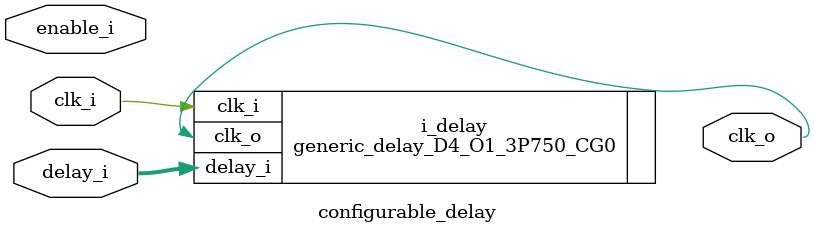
<source format=sv>

module configurable_delay #(
	parameter int NUM_STEPS = 16
)(
  input  logic       clk_i,
  input  logic       enable_i,
  input  logic [3:0] delay_i,
  output logic       clk_o
);

   generic_delay_D4_O1_3P750_CG0 i_delay (
        .clk_i      ( clk_i     ),
        .delay_i    ( delay_i   ),
        .clk_o      ( clk_o     )
    );

endmodule
</source>
